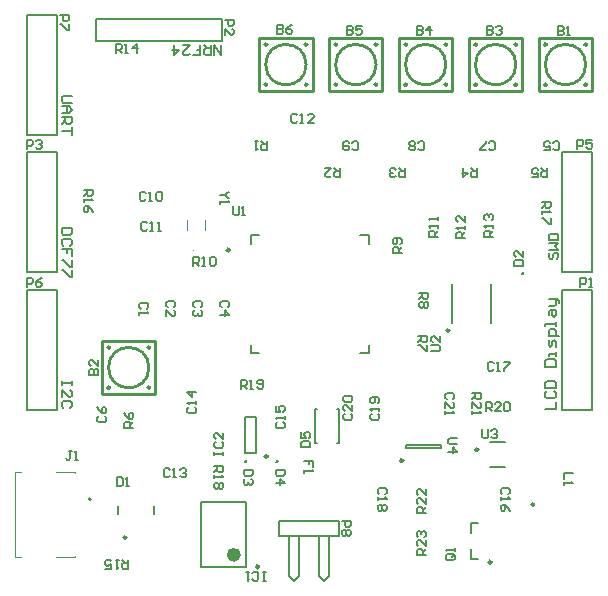
<source format=gto>
G04*
G04 #@! TF.GenerationSoftware,Altium Limited,Altium Designer,22.8.2 (66)*
G04*
G04 Layer_Color=65535*
%FSLAX25Y25*%
%MOIN*%
G70*
G04*
G04 #@! TF.SameCoordinates,4F58F9C0-C404-4AA8-A12D-09E9B3034F0A*
G04*
G04*
G04 #@! TF.FilePolarity,Positive*
G04*
G01*
G75*
%ADD10C,0.01000*%
%ADD11C,0.00984*%
%ADD12C,0.00394*%
%ADD13C,0.00787*%
%ADD14C,0.02362*%
%ADD15C,0.00600*%
%ADD16C,0.00709*%
%ADD17C,0.00500*%
D10*
X330239Y285000D02*
G03*
X330239Y285000I-6739J0D01*
G01*
X317201Y278307D02*
G03*
X317201Y278307I-394J0D01*
G01*
Y291693D02*
G03*
X317201Y291693I-394J0D01*
G01*
X330587D02*
G03*
X330587Y291693I-394J0D01*
G01*
Y278307D02*
G03*
X330587Y278307I-394J0D01*
G01*
X430276Y297339D02*
G03*
X430276Y297339I-394J0D01*
G01*
X362500Y253700D02*
G03*
X362500Y253700I-200J0D01*
G01*
X476181Y392693D02*
G03*
X476181Y392693I-394J0D01*
G01*
X462795D02*
G03*
X462795Y392693I-394J0D01*
G01*
Y379307D02*
G03*
X462795Y379307I-394J0D01*
G01*
X476181D02*
G03*
X476181Y379307I-394J0D01*
G01*
X475834Y386000D02*
G03*
X475834Y386000I-6739J0D01*
G01*
X452884Y392693D02*
G03*
X452884Y392693I-394J0D01*
G01*
X439498D02*
G03*
X439498Y392693I-394J0D01*
G01*
Y379307D02*
G03*
X439498Y379307I-394J0D01*
G01*
X452884D02*
G03*
X452884Y379307I-394J0D01*
G01*
X452536Y386000D02*
G03*
X452536Y386000I-6739J0D01*
G01*
X429239D02*
G03*
X429239Y386000I-6739J0D01*
G01*
X429587Y379307D02*
G03*
X429587Y379307I-394J0D01*
G01*
X416201D02*
G03*
X416201Y379307I-394J0D01*
G01*
Y392693D02*
G03*
X416201Y392693I-394J0D01*
G01*
X429587D02*
G03*
X429587Y392693I-394J0D01*
G01*
X406289D02*
G03*
X406289Y392693I-394J0D01*
G01*
X392903D02*
G03*
X392903Y392693I-394J0D01*
G01*
Y379307D02*
G03*
X392903Y379307I-394J0D01*
G01*
X406289D02*
G03*
X406289Y379307I-394J0D01*
G01*
X405942Y386000D02*
G03*
X405942Y386000I-6739J0D01*
G01*
X382645D02*
G03*
X382645Y386000I-6739J0D01*
G01*
X382992Y379307D02*
G03*
X382992Y379307I-394J0D01*
G01*
X369606D02*
G03*
X369606Y379307I-394J0D01*
G01*
Y392693D02*
G03*
X369606Y392693I-394J0D01*
G01*
X382992D02*
G03*
X382992Y392693I-394J0D01*
G01*
X454900Y316347D02*
G03*
X454900Y316347I-200J0D01*
G01*
X373000Y253700D02*
G03*
X373000Y253700I-200J0D01*
G01*
X458563Y239339D02*
G03*
X458563Y239339I-394J0D01*
G01*
X314642Y276142D02*
Y293858D01*
X332358Y276142D02*
Y293858D01*
X314642D02*
X332358D01*
X314642Y276142D02*
X332358D01*
X460236Y377142D02*
X477953D01*
X460236Y394858D02*
X477953D01*
X460236Y377142D02*
Y394858D01*
X477953Y377142D02*
Y394858D01*
X436939Y377142D02*
X454656D01*
X436939Y394858D02*
X454656D01*
X436939Y377142D02*
Y394858D01*
X454656Y377142D02*
Y394858D01*
X413642Y377142D02*
X431358D01*
X413642Y394858D02*
X431358D01*
X413642Y377142D02*
Y394858D01*
X431358Y377142D02*
Y394858D01*
X390345Y377142D02*
X408061D01*
X390345Y394858D02*
X408061D01*
X390345Y377142D02*
Y394858D01*
X408061Y377142D02*
Y394858D01*
X367047Y377142D02*
X384764D01*
X367047Y394858D02*
X384764D01*
X367047Y377142D02*
Y394858D01*
X384764Y377142D02*
Y394858D01*
D11*
X357122Y324213D02*
G03*
X357122Y324213I-492J0D01*
G01*
X366910Y218653D02*
G03*
X366910Y218653I-492J0D01*
G01*
X322752Y228346D02*
G03*
X322752Y228346I-492J0D01*
G01*
X444492Y220153D02*
G03*
X444492Y220153I-492J0D01*
G01*
X440004Y257673D02*
G03*
X440004Y257673I-492J0D01*
G01*
X414949Y254051D02*
G03*
X414949Y254051I-492J0D01*
G01*
X369807Y255413D02*
G03*
X369807Y255413I-492J0D01*
G01*
D12*
X345181Y323902D02*
G03*
X344787Y323902I-197J0D01*
G01*
D02*
G03*
X345181Y323902I197J0D01*
G01*
X386350Y258217D02*
G03*
X386350Y258217I-197J0D01*
G01*
X343016Y330988D02*
Y334138D01*
X348921Y330988D02*
Y334138D01*
X285614Y250173D02*
X287583D01*
X285614Y221827D02*
Y250173D01*
Y221827D02*
X287583D01*
X305535Y249780D02*
Y250173D01*
X299394D02*
X305535D01*
Y221827D02*
Y222220D01*
X299394Y221827D02*
X305535D01*
D13*
X310500Y241500D02*
G03*
X310500Y240713I0J-394D01*
G01*
D02*
G03*
X310500Y241500I0J394D01*
G01*
X364209Y326279D02*
Y329134D01*
Y289764D02*
Y292618D01*
X400724Y289764D02*
X403579D01*
X364209D02*
X367063D01*
X403579Y326279D02*
Y329134D01*
Y289764D02*
Y292618D01*
X400724Y329134D02*
X403579D01*
X364209D02*
X367063D01*
X289500Y362500D02*
X299500D01*
X289500D02*
Y402500D01*
X299500Y362500D02*
Y402500D01*
X289500D02*
X299500D01*
X289500Y311000D02*
X299500D01*
Y271000D02*
Y311000D01*
X289500Y271000D02*
Y311000D01*
Y271000D02*
X299500D01*
X468000Y357000D02*
X478000D01*
Y317000D02*
Y357000D01*
X468000Y317000D02*
Y357000D01*
Y317000D02*
X478000D01*
X289500Y357000D02*
X299500D01*
Y317000D02*
Y357000D01*
X289500Y317000D02*
Y357000D01*
Y317000D02*
X299500D01*
X312457Y393957D02*
X354543D01*
Y401043D01*
X312457D02*
X354543D01*
X312457Y393957D02*
Y401043D01*
X468000Y271000D02*
X478000D01*
X468000D02*
Y311000D01*
X478000Y271000D02*
Y311000D01*
X468000D02*
X478000D01*
X347520Y240327D02*
X362480D01*
X347520Y218673D02*
X362480D01*
X347520D02*
Y240327D01*
X362480Y218673D02*
Y240327D01*
X319996Y236221D02*
Y238779D01*
X332004Y236221D02*
Y238779D01*
X437504Y229996D02*
Y233146D01*
X439866D01*
X437504Y221335D02*
Y224484D01*
Y221335D02*
X439866D01*
X443941Y251866D02*
X449059D01*
X443941Y260134D02*
X449059D01*
X415835Y258185D02*
Y259366D01*
X427646Y258185D02*
Y259366D01*
X415835Y258185D02*
X427646D01*
X415835Y259366D02*
X427646D01*
X362228Y256594D02*
Y268406D01*
X365772Y256594D02*
Y268406D01*
X362228D02*
X365772D01*
X362228Y256594D02*
X365772D01*
X385563Y259791D02*
Y271209D01*
X393437Y259791D02*
Y271209D01*
X385563Y259791D02*
X386154D01*
X385563Y271209D02*
X386154D01*
X392846Y259791D02*
X393437D01*
X392846Y271209D02*
X393437D01*
X373500Y229000D02*
X393500D01*
Y234000D01*
X373500Y229000D02*
Y234000D01*
X393500D01*
X376833Y215667D02*
Y229000D01*
Y215667D02*
X378500Y214000D01*
X380167Y215667D01*
X380167Y215667D02*
Y229000D01*
X386833Y215667D02*
Y229000D01*
Y215667D02*
X388500Y214000D01*
X390167Y215667D01*
Y229000D01*
D14*
X359724Y222610D02*
G03*
X359724Y222610I-1181J0D01*
G01*
D15*
X431156Y299794D02*
Y312994D01*
X444356Y299794D02*
Y312994D01*
D16*
X304644Y375669D02*
X301693D01*
X301102Y375079D01*
Y373898D01*
X301693Y373308D01*
X304644D01*
X301102Y372127D02*
X303464D01*
X304644Y370946D01*
X303464Y369766D01*
X301102D01*
X302873D01*
Y372127D01*
X301102Y368585D02*
X304644D01*
Y366814D01*
X304054Y366224D01*
X302873D01*
X302283Y366814D01*
Y368585D01*
Y367404D02*
X301102Y366224D01*
X304644Y365043D02*
Y362681D01*
Y363862D01*
X301102D01*
X304644Y280394D02*
Y279213D01*
Y279803D01*
X301102D01*
Y280394D01*
Y279213D01*
Y275080D02*
Y277442D01*
X303464Y275080D01*
X304054D01*
X304644Y275671D01*
Y276852D01*
X304054Y277442D01*
Y271538D02*
X304644Y272129D01*
Y273309D01*
X304054Y273900D01*
X301693D01*
X301102Y273309D01*
Y272129D01*
X301693Y271538D01*
X304644Y331575D02*
X301102D01*
Y329804D01*
X301693Y329213D01*
X304054D01*
X304644Y329804D01*
Y331575D01*
X304054Y325671D02*
X304644Y326262D01*
Y327442D01*
X304054Y328033D01*
X301693D01*
X301102Y327442D01*
Y326262D01*
X301693Y325671D01*
X304644Y322129D02*
Y324490D01*
X302873D01*
Y323310D01*
Y324490D01*
X301102D01*
X304644Y320948D02*
Y318587D01*
X304054D01*
X301693Y320948D01*
X301102D01*
X304644Y317406D02*
Y315045D01*
X304054D01*
X301693Y317406D01*
X301102D01*
X354409Y392598D02*
Y389056D01*
X352048Y392598D01*
Y389056D01*
X350867Y392598D02*
Y389056D01*
X349096D01*
X348506Y389647D01*
Y390827D01*
X349096Y391418D01*
X350867D01*
X349687D02*
X348506Y392598D01*
X344964Y389056D02*
X347325D01*
Y390827D01*
X346144D01*
X347325D01*
Y392598D01*
X341422D02*
X343783D01*
X341422Y390237D01*
Y389647D01*
X342012Y389056D01*
X343193D01*
X343783Y389647D01*
X338470Y392598D02*
Y389056D01*
X340241Y390827D01*
X337879D01*
X462285Y271181D02*
X465827D01*
Y273542D01*
X462875Y277085D02*
X462285Y276494D01*
Y275314D01*
X462875Y274723D01*
X465237D01*
X465827Y275314D01*
Y276494D01*
X465237Y277085D01*
X462285Y278265D02*
X465827D01*
Y280036D01*
X465237Y280627D01*
X462875D01*
X462285Y280036D01*
Y278265D01*
Y285350D02*
X465827D01*
Y287121D01*
X465237Y287711D01*
X462875D01*
X462285Y287121D01*
Y285350D01*
X465827Y288892D02*
Y290073D01*
Y289482D01*
X463466D01*
Y288892D01*
X465827Y291844D02*
Y293615D01*
X465237Y294205D01*
X464646Y293615D01*
Y292434D01*
X464056Y291844D01*
X463466Y292434D01*
Y294205D01*
X467008Y295386D02*
X463466D01*
Y297157D01*
X464056Y297747D01*
X465237D01*
X465827Y297157D01*
Y295386D01*
Y298928D02*
Y300109D01*
Y299518D01*
X462285D01*
Y298928D01*
X463466Y302470D02*
Y303651D01*
X464056Y304241D01*
X465827D01*
Y302470D01*
X465237Y301880D01*
X464646Y302470D01*
Y304241D01*
X463466Y305422D02*
X465237D01*
X465827Y306012D01*
Y307783D01*
X466418D01*
X467008Y307193D01*
Y306603D01*
X465827Y307783D02*
X463466D01*
X463990Y323280D02*
X463466Y322755D01*
Y321706D01*
X463990Y321181D01*
X464515D01*
X465040Y321706D01*
Y322755D01*
X465565Y323280D01*
X466089D01*
X466614Y322755D01*
Y321706D01*
X466089Y321181D01*
X463466Y324330D02*
X466614D01*
X465565Y325379D01*
X466614Y326429D01*
X463466D01*
Y327478D02*
X466614D01*
Y329053D01*
X466089Y329577D01*
X463990D01*
X463466Y329053D01*
Y327478D01*
D17*
X356968Y343641D02*
X356468D01*
X355469Y342641D01*
X356468Y341642D01*
X356968D01*
X355469Y342641D02*
X353969D01*
Y340642D02*
Y339642D01*
Y340142D01*
X356968D01*
X356468Y340642D01*
X433000Y261499D02*
X430500D01*
X430000Y260999D01*
Y260000D01*
X430500Y259500D01*
X433000D01*
X430000Y257001D02*
X433000D01*
X431500Y258500D01*
Y256501D01*
X441414Y264531D02*
Y262032D01*
X441914Y261532D01*
X442914D01*
X443414Y262032D01*
Y264531D01*
X444413Y264031D02*
X444913Y264531D01*
X445913D01*
X446413Y264031D01*
Y263531D01*
X445913Y263032D01*
X445413D01*
X445913D01*
X446413Y262532D01*
Y262032D01*
X445913Y261532D01*
X444913D01*
X444413Y262032D01*
X424356Y290494D02*
X426856D01*
X427355Y290994D01*
Y291994D01*
X426856Y292494D01*
X424356D01*
X427355Y295493D02*
Y293494D01*
X425356Y295493D01*
X424856D01*
X424356Y294993D01*
Y293993D01*
X424856Y293494D01*
X358257Y338712D02*
Y336213D01*
X358756Y335713D01*
X359756D01*
X360256Y336213D01*
Y338712D01*
X361256Y335713D02*
X362255D01*
X361755D01*
Y338712D01*
X361256Y338212D01*
X422500Y222501D02*
X419500D01*
Y224001D01*
X420000Y224501D01*
X421000D01*
X421500Y224001D01*
Y222501D01*
Y223501D02*
X422500Y224501D01*
Y227500D02*
Y225500D01*
X420500Y227500D01*
X420000D01*
X419500Y227000D01*
Y226000D01*
X420000Y225500D01*
Y228499D02*
X419500Y228999D01*
Y229999D01*
X420000Y230499D01*
X420500D01*
X421000Y229999D01*
Y229499D01*
Y229999D01*
X421500Y230499D01*
X422000D01*
X422500Y229999D01*
Y228999D01*
X422000Y228499D01*
X422500Y236501D02*
X419500D01*
Y238001D01*
X420000Y238501D01*
X421000D01*
X421500Y238001D01*
Y236501D01*
Y237501D02*
X422500Y238501D01*
Y241500D02*
Y239500D01*
X420500Y241500D01*
X420000D01*
X419500Y241000D01*
Y240000D01*
X420000Y239500D01*
X422500Y244499D02*
Y242499D01*
X420500Y244499D01*
X420000D01*
X419500Y243999D01*
Y242999D01*
X420000Y242499D01*
X438000Y276499D02*
X441000D01*
Y274999D01*
X440500Y274500D01*
X439500D01*
X439000Y274999D01*
Y276499D01*
Y275499D02*
X438000Y274500D01*
Y271500D02*
Y273500D01*
X440000Y271500D01*
X440500D01*
X441000Y272000D01*
Y273000D01*
X440500Y273500D01*
X438000Y270501D02*
Y269501D01*
Y270001D01*
X441000D01*
X440500Y270501D01*
X442501Y270500D02*
Y273499D01*
X444001D01*
X444501Y273000D01*
Y272000D01*
X444001Y271500D01*
X442501D01*
X443501D02*
X444501Y270500D01*
X447500D02*
X445500D01*
X447500Y272500D01*
Y273000D01*
X447000Y273499D01*
X446000D01*
X445500Y273000D01*
X448499D02*
X448999Y273499D01*
X449999D01*
X450499Y273000D01*
Y271000D01*
X449999Y270500D01*
X448999D01*
X448499Y271000D01*
Y273000D01*
X360818Y278028D02*
Y281027D01*
X362318D01*
X362818Y280527D01*
Y279528D01*
X362318Y279028D01*
X360818D01*
X361818D02*
X362818Y278028D01*
X363817D02*
X364817D01*
X364317D01*
Y281027D01*
X363817Y280527D01*
X366316Y278528D02*
X366816Y278028D01*
X367816D01*
X368316Y278528D01*
Y280527D01*
X367816Y281027D01*
X366816D01*
X366316Y280527D01*
Y280027D01*
X366816Y279528D01*
X368316D01*
X352044Y252174D02*
X355043D01*
Y250675D01*
X354543Y250175D01*
X353543D01*
X353044Y250675D01*
Y252174D01*
Y251174D02*
X352044Y250175D01*
Y249175D02*
Y248175D01*
Y248675D01*
X355043D01*
X354543Y249175D01*
Y246676D02*
X355043Y246176D01*
Y245176D01*
X354543Y244676D01*
X354043D01*
X353543Y245176D01*
X353044Y244676D01*
X352544D01*
X352044Y245176D01*
Y246176D01*
X352544Y246676D01*
X353044D01*
X353543Y246176D01*
X354043Y246676D01*
X354543D01*
X353543Y246176D02*
Y245176D01*
X461099Y340363D02*
X464098D01*
Y338863D01*
X463598Y338364D01*
X462598D01*
X462099Y338863D01*
Y340363D01*
Y339363D02*
X461099Y338364D01*
Y337364D02*
Y336364D01*
Y336864D01*
X464098D01*
X463598Y337364D01*
X464098Y334865D02*
Y332865D01*
X463598D01*
X461599Y334865D01*
X461099D01*
X308501Y344296D02*
X311500D01*
Y342796D01*
X311000Y342297D01*
X310000D01*
X309500Y342796D01*
Y344296D01*
Y343296D02*
X308501Y342297D01*
Y341297D02*
Y340297D01*
Y340797D01*
X311500D01*
X311000Y341297D01*
X311500Y336799D02*
X311000Y337798D01*
X310000Y338798D01*
X309000D01*
X308501Y338298D01*
Y337298D01*
X309000Y336799D01*
X309500D01*
X310000Y337298D01*
Y338798D01*
X323249Y221000D02*
Y218001D01*
X321749D01*
X321249Y218500D01*
Y219500D01*
X321749Y220000D01*
X323249D01*
X322249D02*
X321249Y221000D01*
X320250D02*
X319250D01*
X319750D01*
Y218001D01*
X320250Y218500D01*
X315751Y218001D02*
X317751D01*
Y219500D01*
X316751Y219000D01*
X316251D01*
X315751Y219500D01*
Y220500D01*
X316251Y221000D01*
X317251D01*
X317751Y220500D01*
X319204Y390001D02*
Y393000D01*
X320704D01*
X321203Y392500D01*
Y391500D01*
X320704Y391000D01*
X319204D01*
X320204D02*
X321203Y390001D01*
X322203D02*
X323203D01*
X322703D01*
Y393000D01*
X322203Y392500D01*
X326202Y390001D02*
Y393000D01*
X324702Y391500D01*
X326701D01*
X445000Y328704D02*
X442000D01*
Y330204D01*
X442500Y330703D01*
X443500D01*
X444000Y330204D01*
Y328704D01*
Y329704D02*
X445000Y330703D01*
Y331703D02*
Y332703D01*
Y332203D01*
X442000D01*
X442500Y331703D01*
Y334202D02*
X442000Y334702D01*
Y335702D01*
X442500Y336202D01*
X443000D01*
X443500Y335702D01*
Y335202D01*
Y335702D01*
X444000Y336202D01*
X444500D01*
X445000Y335702D01*
Y334702D01*
X444500Y334202D01*
X435749Y328204D02*
X432751D01*
Y329703D01*
X433250Y330203D01*
X434250D01*
X434750Y329703D01*
Y328204D01*
Y329204D02*
X435749Y330203D01*
Y331203D02*
Y332203D01*
Y331703D01*
X432751D01*
X433250Y331203D01*
X435749Y335701D02*
Y333702D01*
X433750Y335701D01*
X433250D01*
X432751Y335202D01*
Y334202D01*
X433250Y333702D01*
X426500Y328704D02*
X423500D01*
Y330203D01*
X424000Y330703D01*
X425000D01*
X425500Y330203D01*
Y328704D01*
Y329703D02*
X426500Y330703D01*
Y331703D02*
Y332702D01*
Y332203D01*
X423500D01*
X424000Y331703D01*
X426500Y334202D02*
Y335202D01*
Y334702D01*
X423500D01*
X424000Y334202D01*
X345070Y318973D02*
Y321972D01*
X346570D01*
X347070Y321472D01*
Y320472D01*
X346570Y319973D01*
X345070D01*
X346070D02*
X347070Y318973D01*
X348069D02*
X349069D01*
X348569D01*
Y321972D01*
X348069Y321472D01*
X350568D02*
X351068Y321972D01*
X352068D01*
X352568Y321472D01*
Y319473D01*
X352068Y318973D01*
X351068D01*
X350568Y319473D01*
Y321472D01*
X414492Y323091D02*
X411493D01*
Y324591D01*
X411992Y325091D01*
X412992D01*
X413492Y324591D01*
Y323091D01*
Y324091D02*
X414492Y325091D01*
X413992Y326090D02*
X414492Y326590D01*
Y327590D01*
X413992Y328090D01*
X411992D01*
X411493Y327590D01*
Y326590D01*
X411992Y326090D01*
X412492D01*
X412992Y326590D01*
Y328090D01*
X420256Y309893D02*
X423255D01*
Y308393D01*
X422756Y307894D01*
X421756D01*
X421256Y308393D01*
Y309893D01*
Y308893D02*
X420256Y307894D01*
X422756Y306894D02*
X423255Y306394D01*
Y305394D01*
X422756Y304894D01*
X422256D01*
X421756Y305394D01*
X421256Y304894D01*
X420756D01*
X420256Y305394D01*
Y306394D01*
X420756Y306894D01*
X421256D01*
X421756Y306394D01*
X422256Y306894D01*
X422756D01*
X421756Y306394D02*
Y305394D01*
X420001Y295499D02*
X422999D01*
Y294000D01*
X422500Y293500D01*
X421500D01*
X421000Y294000D01*
Y295499D01*
Y294499D02*
X420001Y293500D01*
X422999Y292500D02*
Y290501D01*
X422500D01*
X420500Y292500D01*
X420001D01*
X324999Y265001D02*
X322001D01*
Y266500D01*
X322500Y267000D01*
X323500D01*
X324000Y266500D01*
Y265001D01*
Y266001D02*
X324999Y267000D01*
X322001Y269999D02*
X322500Y269000D01*
X323500Y268000D01*
X324500D01*
X324999Y268500D01*
Y269499D01*
X324500Y269999D01*
X324000D01*
X323500Y269499D01*
Y268000D01*
X462999Y351500D02*
Y348500D01*
X461500D01*
X461000Y349000D01*
Y350000D01*
X461500Y350500D01*
X462999D01*
X462000D02*
X461000Y351500D01*
X458001Y348500D02*
X460000D01*
Y350000D01*
X459000Y349500D01*
X458501D01*
X458001Y350000D01*
Y351000D01*
X458501Y351500D01*
X459500D01*
X460000Y351000D01*
X439499Y351500D02*
Y348500D01*
X438000D01*
X437500Y349000D01*
Y350000D01*
X438000Y350500D01*
X439499D01*
X438499D02*
X437500Y351500D01*
X435001D02*
Y348500D01*
X436500Y350000D01*
X434501D01*
X415499Y351500D02*
Y348500D01*
X414000D01*
X413500Y349000D01*
Y350000D01*
X414000Y350500D01*
X415499D01*
X414500D02*
X413500Y351500D01*
X412500Y349000D02*
X412000Y348500D01*
X411001D01*
X410501Y349000D01*
Y349500D01*
X411001Y350000D01*
X411501D01*
X411001D01*
X410501Y350500D01*
Y351000D01*
X411001Y351500D01*
X412000D01*
X412500Y351000D01*
X393999Y351500D02*
Y348500D01*
X392500D01*
X392000Y349000D01*
Y350000D01*
X392500Y350500D01*
X393999D01*
X393000D02*
X392000Y351500D01*
X389001D02*
X391000D01*
X389001Y349500D01*
Y349000D01*
X389501Y348500D01*
X390500D01*
X391000Y349000D01*
X369547Y360500D02*
Y357501D01*
X368047D01*
X367547Y358000D01*
Y359000D01*
X368047Y359500D01*
X369547D01*
X368547D02*
X367547Y360500D01*
X366548D02*
X365548D01*
X366048D01*
Y357501D01*
X366548Y358000D01*
X431708Y222835D02*
X429709D01*
X429209Y222335D01*
Y221335D01*
X429709Y220835D01*
X431708D01*
X432208Y221335D01*
Y222335D01*
X431209Y221835D02*
X432208Y222835D01*
Y222335D02*
X431708Y222835D01*
X432208Y223834D02*
Y224834D01*
Y224334D01*
X429209D01*
X429709Y223834D01*
X394500Y233999D02*
X397499D01*
Y232500D01*
X397000Y232000D01*
X396000D01*
X395500Y232500D01*
Y233999D01*
X397000Y231000D02*
X397499Y230500D01*
Y229501D01*
X397000Y229001D01*
X396500D01*
X396000Y229501D01*
X395500Y229001D01*
X395000D01*
X394500Y229501D01*
Y230500D01*
X395000Y231000D01*
X395500D01*
X396000Y230500D01*
X396500Y231000D01*
X397000D01*
X396000Y230500D02*
Y229501D01*
X300500Y402499D02*
X303500D01*
Y401000D01*
X303000Y400500D01*
X302000D01*
X301500Y401000D01*
Y402499D01*
X303500Y399500D02*
Y397501D01*
X303000D01*
X301000Y399500D01*
X300500D01*
X289501Y312000D02*
Y315000D01*
X291000D01*
X291500Y314500D01*
Y313500D01*
X291000Y313000D01*
X289501D01*
X294499Y315000D02*
X293499Y314500D01*
X292500Y313500D01*
Y312500D01*
X293000Y312000D01*
X293999D01*
X294499Y312500D01*
Y313000D01*
X293999Y313500D01*
X292500D01*
X473001Y358000D02*
Y360999D01*
X474500D01*
X475000Y360500D01*
Y359500D01*
X474500Y359000D01*
X473001D01*
X477999Y360999D02*
X476000D01*
Y359500D01*
X477000Y360000D01*
X477499D01*
X477999Y359500D01*
Y358500D01*
X477499Y358000D01*
X476500D01*
X476000Y358500D01*
X289501Y358000D02*
Y360999D01*
X291000D01*
X291500Y360500D01*
Y359500D01*
X291000Y359000D01*
X289501D01*
X292500Y360500D02*
X293000Y360999D01*
X293999D01*
X294499Y360500D01*
Y360000D01*
X293999Y359500D01*
X293499D01*
X293999D01*
X294499Y359000D01*
Y358500D01*
X293999Y358000D01*
X293000D01*
X292500Y358500D01*
X355501Y400999D02*
X358500D01*
Y399500D01*
X358000Y399000D01*
X357000D01*
X356500Y399500D01*
Y400999D01*
X355501Y396001D02*
Y398000D01*
X357500Y396001D01*
X358000D01*
X358500Y396501D01*
Y397500D01*
X358000Y398000D01*
X474001Y312000D02*
Y315000D01*
X475500D01*
X476000Y314500D01*
Y313500D01*
X475500Y313000D01*
X474001D01*
X477000Y312000D02*
X477999D01*
X477499D01*
Y315000D01*
X477000Y314500D01*
X471499Y249999D02*
X468501D01*
Y248000D01*
Y247000D02*
Y246001D01*
Y246500D01*
X471499D01*
X471000Y247000D01*
X304500Y257271D02*
X303500D01*
X304000D01*
Y254772D01*
X303500Y254272D01*
X303000D01*
X302501Y254772D01*
X305500Y254272D02*
X306499D01*
X305999D01*
Y257271D01*
X305500Y256771D01*
X352000Y255751D02*
Y256751D01*
Y256251D01*
X354999D01*
Y255751D01*
Y256751D01*
X352500Y260250D02*
X352000Y259750D01*
Y258750D01*
X352500Y258250D01*
X354500D01*
X354999Y258750D01*
Y259750D01*
X354500Y260250D01*
X354999Y263249D02*
Y261249D01*
X353000Y263249D01*
X352500D01*
X352000Y262749D01*
Y261749D01*
X352500Y261249D01*
X369249Y214001D02*
X368249D01*
X368749D01*
Y217000D01*
X369249D01*
X368249D01*
X364750Y214500D02*
X365250Y214001D01*
X366250D01*
X366750Y214500D01*
Y216500D01*
X366250Y217000D01*
X365250D01*
X364750Y216500D01*
X363751Y217000D02*
X362751D01*
X363251D01*
Y214001D01*
X363751Y214500D01*
X384964Y251969D02*
Y253968D01*
X383465D01*
Y252968D01*
Y253968D01*
X381965D01*
Y250969D02*
Y249969D01*
Y250469D01*
X384964D01*
X384464Y250969D01*
X381000Y258501D02*
X383999D01*
Y260000D01*
X383500Y260500D01*
X381500D01*
X381000Y260000D01*
Y258501D01*
Y263499D02*
Y261500D01*
X382500D01*
X382000Y262499D01*
Y262999D01*
X382500Y263499D01*
X383500D01*
X383999Y262999D01*
Y262000D01*
X383500Y261500D01*
X375515Y250924D02*
X372516D01*
Y249425D01*
X373016Y248925D01*
X375015D01*
X375515Y249425D01*
Y250924D01*
X372516Y246426D02*
X375515D01*
X374016Y247925D01*
Y245926D01*
X364885Y250924D02*
X361886D01*
Y249425D01*
X362386Y248925D01*
X364386D01*
X364885Y249425D01*
Y250924D01*
X364386Y247925D02*
X364885Y247426D01*
Y246426D01*
X364386Y245926D01*
X363886D01*
X363386Y246426D01*
Y246926D01*
Y246426D01*
X362886Y245926D01*
X362386D01*
X361886Y246426D01*
Y247426D01*
X362386Y247925D01*
X452001Y319001D02*
X454999D01*
Y320500D01*
X454500Y321000D01*
X452500D01*
X452001Y320500D01*
Y319001D01*
X454999Y323999D02*
Y322000D01*
X453000Y323999D01*
X452500D01*
X452001Y323499D01*
Y322500D01*
X452500Y322000D01*
X319501Y248499D02*
Y245500D01*
X321000D01*
X321500Y246000D01*
Y248000D01*
X321000Y248499D01*
X319501D01*
X322500Y245500D02*
X323499D01*
X323000D01*
Y248499D01*
X322500Y248000D01*
X431500Y274500D02*
X431999Y274999D01*
Y275999D01*
X431500Y276499D01*
X429500D01*
X429001Y275999D01*
Y274999D01*
X429500Y274500D01*
X429001Y271500D02*
Y273500D01*
X431000Y271500D01*
X431500D01*
X431999Y272000D01*
Y273000D01*
X431500Y273500D01*
X429001Y270501D02*
Y269501D01*
Y270001D01*
X431999D01*
X431500Y270501D01*
X395500Y269548D02*
X395001Y269048D01*
Y268048D01*
X395500Y267548D01*
X397500D01*
X398000Y268048D01*
Y269048D01*
X397500Y269548D01*
X398000Y272547D02*
Y270548D01*
X396000Y272547D01*
X395500D01*
X395001Y272047D01*
Y271047D01*
X395500Y270548D01*
Y273547D02*
X395001Y274046D01*
Y275046D01*
X395500Y275546D01*
X397500D01*
X398000Y275046D01*
Y274046D01*
X397500Y273547D01*
X395500D01*
X404500Y269656D02*
X404001Y269156D01*
Y268157D01*
X404500Y267657D01*
X406500D01*
X406999Y268157D01*
Y269156D01*
X406500Y269656D01*
X406999Y270656D02*
Y271655D01*
Y271156D01*
X404001D01*
X404500Y270656D01*
X406500Y273155D02*
X406999Y273655D01*
Y274655D01*
X406500Y275154D01*
X404500D01*
X404001Y274655D01*
Y273655D01*
X404500Y273155D01*
X405000D01*
X405500Y273655D01*
Y275154D01*
X409000Y242749D02*
X409500Y243249D01*
Y244249D01*
X409000Y244749D01*
X407000D01*
X406500Y244249D01*
Y243249D01*
X407000Y242749D01*
X406500Y241750D02*
Y240750D01*
Y241250D01*
X409500D01*
X409000Y241750D01*
Y239251D02*
X409500Y238751D01*
Y237751D01*
X409000Y237251D01*
X408500D01*
X408000Y237751D01*
X407500Y237251D01*
X407000D01*
X406500Y237751D01*
Y238751D01*
X407000Y239251D01*
X407500D01*
X408000Y238751D01*
X408500Y239251D01*
X409000D01*
X408000Y238751D02*
Y237751D01*
X445251Y286500D02*
X444751Y287000D01*
X443751D01*
X443251Y286500D01*
Y284500D01*
X443751Y284000D01*
X444751D01*
X445251Y284500D01*
X446250Y284000D02*
X447250D01*
X446750D01*
Y287000D01*
X446250Y286500D01*
X448749Y287000D02*
X450749D01*
Y286500D01*
X448749Y284500D01*
Y284000D01*
X450000Y242797D02*
X450499Y243297D01*
Y244296D01*
X450000Y244796D01*
X448000D01*
X447501Y244296D01*
Y243297D01*
X448000Y242797D01*
X447501Y241797D02*
Y240797D01*
Y241297D01*
X450499D01*
X450000Y241797D01*
X450499Y237298D02*
X450000Y238298D01*
X449000Y239298D01*
X448000D01*
X447501Y238798D01*
Y237798D01*
X448000Y237298D01*
X448500D01*
X449000Y237798D01*
Y239298D01*
X373016Y266755D02*
X372516Y266255D01*
Y265255D01*
X373016Y264755D01*
X375015D01*
X375515Y265255D01*
Y266255D01*
X375015Y266755D01*
X375515Y267754D02*
Y268754D01*
Y268254D01*
X372516D01*
X373016Y267754D01*
X372516Y272253D02*
Y270253D01*
X374016D01*
X373516Y271253D01*
Y271753D01*
X374016Y272253D01*
X375015D01*
X375515Y271753D01*
Y270753D01*
X375015Y270253D01*
X343500Y271751D02*
X343001Y271251D01*
Y270251D01*
X343500Y269751D01*
X345500D01*
X346000Y270251D01*
Y271251D01*
X345500Y271751D01*
X346000Y272750D02*
Y273750D01*
Y273250D01*
X343001D01*
X343500Y272750D01*
X346000Y276749D02*
X343001D01*
X344500Y275249D01*
Y277249D01*
X337180Y250988D02*
X336680Y251488D01*
X335680D01*
X335180Y250988D01*
Y248989D01*
X335680Y248489D01*
X336680D01*
X337180Y248989D01*
X338179Y248489D02*
X339179D01*
X338679D01*
Y251488D01*
X338179Y250988D01*
X340679D02*
X341178Y251488D01*
X342178D01*
X342678Y250988D01*
Y250488D01*
X342178Y249988D01*
X341678D01*
X342178D01*
X342678Y249488D01*
Y248989D01*
X342178Y248489D01*
X341178D01*
X340679Y248989D01*
X379747Y369110D02*
X379247Y369610D01*
X378247D01*
X377747Y369110D01*
Y367111D01*
X378247Y366611D01*
X379247D01*
X379747Y367111D01*
X380746Y366611D02*
X381746D01*
X381246D01*
Y369610D01*
X380746Y369110D01*
X385245Y366611D02*
X383245D01*
X385245Y368610D01*
Y369110D01*
X384745Y369610D01*
X383745D01*
X383245Y369110D01*
X329719Y333141D02*
X329219Y333641D01*
X328219D01*
X327719Y333141D01*
Y331142D01*
X328219Y330642D01*
X329219D01*
X329719Y331142D01*
X330719Y330642D02*
X331718D01*
X331218D01*
Y333641D01*
X330719Y333141D01*
X333218Y330642D02*
X334218D01*
X333718D01*
Y333641D01*
X333218Y333141D01*
X329219Y343141D02*
X328719Y343641D01*
X327720D01*
X327220Y343141D01*
Y341142D01*
X327720Y340642D01*
X328719D01*
X329219Y341142D01*
X330219Y340642D02*
X331218D01*
X330719D01*
Y343641D01*
X330219Y343141D01*
X332718D02*
X333218Y343641D01*
X334218D01*
X334717Y343141D01*
Y341142D01*
X334218Y340642D01*
X333218D01*
X332718Y341142D01*
Y343141D01*
X398000Y358000D02*
X398500Y357501D01*
X399499D01*
X399999Y358000D01*
Y360000D01*
X399499Y360500D01*
X398500D01*
X398000Y360000D01*
X397000D02*
X396500Y360500D01*
X395501D01*
X395001Y360000D01*
Y358000D01*
X395501Y357501D01*
X396500D01*
X397000Y358000D01*
Y358500D01*
X396500Y359000D01*
X395001D01*
X420000Y358000D02*
X420500Y357501D01*
X421499D01*
X421999Y358000D01*
Y360000D01*
X421499Y360500D01*
X420500D01*
X420000Y360000D01*
X419000Y358000D02*
X418500Y357501D01*
X417501D01*
X417001Y358000D01*
Y358500D01*
X417501Y359000D01*
X417001Y359500D01*
Y360000D01*
X417501Y360500D01*
X418500D01*
X419000Y360000D01*
Y359500D01*
X418500Y359000D01*
X419000Y358500D01*
Y358000D01*
X418500Y359000D02*
X417501D01*
X443500Y358000D02*
X444000Y357501D01*
X444999D01*
X445499Y358000D01*
Y360000D01*
X444999Y360500D01*
X444000D01*
X443500Y360000D01*
X442500Y357501D02*
X440501D01*
Y358000D01*
X442500Y360000D01*
Y360500D01*
X313567Y268792D02*
X313067Y268292D01*
Y267292D01*
X313567Y266792D01*
X315567D01*
X316066Y267292D01*
Y268292D01*
X315567Y268792D01*
X313067Y271791D02*
X313567Y270791D01*
X314567Y269791D01*
X315567D01*
X316066Y270291D01*
Y271291D01*
X315567Y271791D01*
X315067D01*
X314567Y271291D01*
Y269791D01*
X465000Y358000D02*
X465500Y357501D01*
X466499D01*
X466999Y358000D01*
Y360000D01*
X466499Y360500D01*
X465500D01*
X465000Y360000D01*
X462001Y357501D02*
X464000D01*
Y359000D01*
X463000Y358500D01*
X462501D01*
X462001Y359000D01*
Y360000D01*
X462501Y360500D01*
X463500D01*
X464000Y360000D01*
X356468Y305142D02*
X356968Y305641D01*
Y306641D01*
X356468Y307141D01*
X354469D01*
X353969Y306641D01*
Y305641D01*
X354469Y305142D01*
X353969Y302642D02*
X356968D01*
X355469Y304142D01*
Y302143D01*
X347468Y305142D02*
X347968Y305641D01*
Y306641D01*
X347468Y307141D01*
X345469D01*
X344969Y306641D01*
Y305641D01*
X345469Y305142D01*
X347468Y304142D02*
X347968Y303642D01*
Y302642D01*
X347468Y302143D01*
X346968D01*
X346468Y302642D01*
Y303142D01*
Y302642D01*
X345969Y302143D01*
X345469D01*
X344969Y302642D01*
Y303642D01*
X345469Y304142D01*
X338468Y305142D02*
X338968Y305641D01*
Y306641D01*
X338468Y307141D01*
X336469D01*
X335969Y306641D01*
Y305641D01*
X336469Y305142D01*
X335969Y302143D02*
Y304142D01*
X337968Y302143D01*
X338468D01*
X338968Y302642D01*
Y303642D01*
X338468Y304142D01*
X329468Y304642D02*
X329968Y305142D01*
Y306141D01*
X329468Y306641D01*
X327469D01*
X326969Y306141D01*
Y305142D01*
X327469Y304642D01*
X326969Y303642D02*
Y302642D01*
Y303142D01*
X329968D01*
X329468Y303642D01*
X373001Y399295D02*
Y396296D01*
X374500D01*
X375000Y396796D01*
Y397295D01*
X374500Y397795D01*
X373001D01*
X374500D01*
X375000Y398295D01*
Y398795D01*
X374500Y399295D01*
X373001D01*
X377999D02*
X376999Y398795D01*
X376000Y397795D01*
Y396796D01*
X376500Y396296D01*
X377499D01*
X377999Y396796D01*
Y397295D01*
X377499Y397795D01*
X376000D01*
X396204Y399000D02*
Y396001D01*
X397703D01*
X398203Y396500D01*
Y397000D01*
X397703Y397500D01*
X396204D01*
X397703D01*
X398203Y398000D01*
Y398500D01*
X397703Y399000D01*
X396204D01*
X401202D02*
X399203D01*
Y397500D01*
X400202Y398000D01*
X400702D01*
X401202Y397500D01*
Y396500D01*
X400702Y396001D01*
X399702D01*
X399203Y396500D01*
X419501Y399000D02*
Y396001D01*
X421000D01*
X421500Y396500D01*
Y397000D01*
X421000Y397500D01*
X419501D01*
X421000D01*
X421500Y398000D01*
Y398500D01*
X421000Y399000D01*
X419501D01*
X423999Y396001D02*
Y399000D01*
X422500Y397500D01*
X424499D01*
X442798Y399000D02*
Y396001D01*
X444298D01*
X444797Y396500D01*
Y397000D01*
X444298Y397500D01*
X442798D01*
X444298D01*
X444797Y398000D01*
Y398500D01*
X444298Y399000D01*
X442798D01*
X445797Y398500D02*
X446297Y399000D01*
X447297D01*
X447796Y398500D01*
Y398000D01*
X447297Y397500D01*
X446797D01*
X447297D01*
X447796Y397000D01*
Y396500D01*
X447297Y396001D01*
X446297D01*
X445797Y396500D01*
X310312Y282540D02*
X313311D01*
Y284040D01*
X312811Y284540D01*
X312311D01*
X311811Y284040D01*
Y282540D01*
Y284040D01*
X311311Y284540D01*
X310811D01*
X310312Y284040D01*
Y282540D01*
X313311Y287539D02*
Y285539D01*
X311311Y287539D01*
X310811D01*
X310312Y287039D01*
Y286039D01*
X310811Y285539D01*
X466501Y398795D02*
Y395796D01*
X468000D01*
X468500Y396296D01*
Y396795D01*
X468000Y397295D01*
X466501D01*
X468000D01*
X468500Y397795D01*
Y398295D01*
X468000Y398795D01*
X466501D01*
X469500Y395796D02*
X470499D01*
X470000D01*
Y398795D01*
X469500Y398295D01*
M02*

</source>
